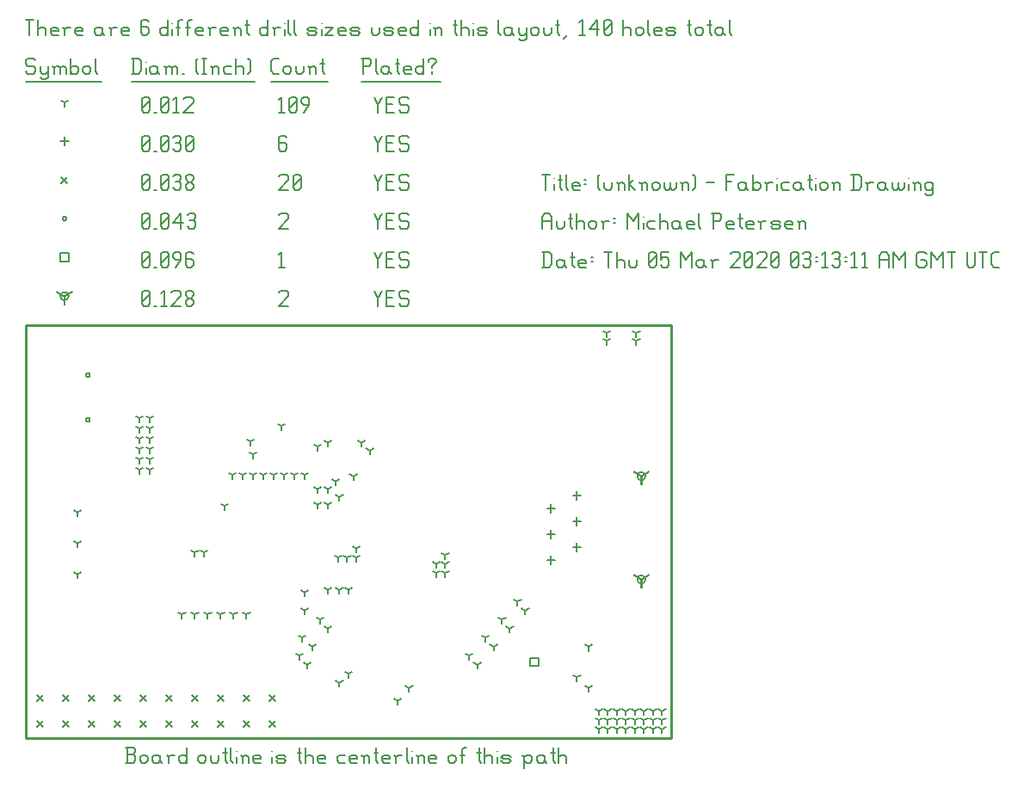
<source format=gbr>
G04 start of page 12 for group -3984 idx -3984 *
G04 Title: (unknown), fab *
G04 Creator: pcb 20140316 *
G04 CreationDate: Thu 05 Mar 2020 03:13:11 AM GMT UTC *
G04 For: railfan *
G04 Format: Gerber/RS-274X *
G04 PCB-Dimensions (mil): 2500.00 1600.00 *
G04 PCB-Coordinate-Origin: lower left *
%MOIN*%
%FSLAX25Y25*%
%LNFAB*%
%ADD97C,0.0100*%
%ADD96C,0.0075*%
%ADD95C,0.0060*%
%ADD94C,0.0001*%
%ADD93R,0.0080X0.0080*%
G54D93*X238500Y61500D02*Y58300D01*
G54D94*G36*
X237954Y61647D02*X241420Y63646D01*
X241820Y62953D01*
X238353Y60954D01*
X237954Y61647D01*
G37*
G36*
X238647Y60954D02*X235180Y62953D01*
X235580Y63646D01*
X239046Y61647D01*
X238647Y60954D01*
G37*
G54D93*X236900Y61500D02*G75*G03X240100Y61500I1600J0D01*G01*
G75*G03X236900Y61500I-1600J0D01*G01*
X238500Y101500D02*Y98300D01*
G54D94*G36*
X237954Y101647D02*X241420Y103646D01*
X241820Y102953D01*
X238353Y100954D01*
X237954Y101647D01*
G37*
G36*
X238647Y100954D02*X235180Y102953D01*
X235580Y103646D01*
X239046Y101647D01*
X238647Y100954D01*
G37*
G54D93*X236900Y101500D02*G75*G03X240100Y101500I1600J0D01*G01*
G75*G03X236900Y101500I-1600J0D01*G01*
X15000Y171250D02*Y168050D01*
G54D94*G36*
X14454Y171397D02*X17920Y173396D01*
X18320Y172703D01*
X14853Y170704D01*
X14454Y171397D01*
G37*
G36*
X15147Y170704D02*X11680Y172703D01*
X12080Y173396D01*
X15546Y171397D01*
X15147Y170704D01*
G37*
G54D93*X13400Y171250D02*G75*G03X16600Y171250I1600J0D01*G01*
G75*G03X13400Y171250I-1600J0D01*G01*
G54D95*X135000Y173500D02*X136500Y170500D01*
X138000Y173500D01*
X136500Y170500D02*Y167500D01*
X139800Y170800D02*X142050D01*
X139800Y167500D02*X142800D01*
X139800Y173500D02*Y167500D01*
Y173500D02*X142800D01*
X147600D02*X148350Y172750D01*
X145350Y173500D02*X147600D01*
X144600Y172750D02*X145350Y173500D01*
X144600Y172750D02*Y171250D01*
X145350Y170500D01*
X147600D01*
X148350Y169750D01*
Y168250D01*
X147600Y167500D02*X148350Y168250D01*
X145350Y167500D02*X147600D01*
X144600Y168250D02*X145350Y167500D01*
X98000Y172750D02*X98750Y173500D01*
X101000D01*
X101750Y172750D01*
Y171250D01*
X98000Y167500D02*X101750Y171250D01*
X98000Y167500D02*X101750D01*
X45000Y168250D02*X45750Y167500D01*
X45000Y172750D02*Y168250D01*
Y172750D02*X45750Y173500D01*
X47250D01*
X48000Y172750D01*
Y168250D01*
X47250Y167500D02*X48000Y168250D01*
X45750Y167500D02*X47250D01*
X45000Y169000D02*X48000Y172000D01*
X49800Y167500D02*X50550D01*
X52350Y172300D02*X53550Y173500D01*
Y167500D01*
X52350D02*X54600D01*
X56400Y172750D02*X57150Y173500D01*
X59400D01*
X60150Y172750D01*
Y171250D01*
X56400Y167500D02*X60150Y171250D01*
X56400Y167500D02*X60150D01*
X61950Y168250D02*X62700Y167500D01*
X61950Y169450D02*Y168250D01*
Y169450D02*X63000Y170500D01*
X63900D01*
X64950Y169450D01*
Y168250D01*
X64200Y167500D02*X64950Y168250D01*
X62700Y167500D02*X64200D01*
X61950Y171550D02*X63000Y170500D01*
X61950Y172750D02*Y171550D01*
Y172750D02*X62700Y173500D01*
X64200D01*
X64950Y172750D01*
Y171550D01*
X63900Y170500D02*X64950Y171550D01*
X195400Y31100D02*X198600D01*
X195400D02*Y27900D01*
X198600D01*
Y31100D02*Y27900D01*
X13400Y187850D02*X16600D01*
X13400D02*Y184650D01*
X16600D01*
Y187850D02*Y184650D01*
X135000Y188500D02*X136500Y185500D01*
X138000Y188500D01*
X136500Y185500D02*Y182500D01*
X139800Y185800D02*X142050D01*
X139800Y182500D02*X142800D01*
X139800Y188500D02*Y182500D01*
Y188500D02*X142800D01*
X147600D02*X148350Y187750D01*
X145350Y188500D02*X147600D01*
X144600Y187750D02*X145350Y188500D01*
X144600Y187750D02*Y186250D01*
X145350Y185500D01*
X147600D01*
X148350Y184750D01*
Y183250D01*
X147600Y182500D02*X148350Y183250D01*
X145350Y182500D02*X147600D01*
X144600Y183250D02*X145350Y182500D01*
X98000Y187300D02*X99200Y188500D01*
Y182500D01*
X98000D02*X100250D01*
X45000Y183250D02*X45750Y182500D01*
X45000Y187750D02*Y183250D01*
Y187750D02*X45750Y188500D01*
X47250D01*
X48000Y187750D01*
Y183250D01*
X47250Y182500D02*X48000Y183250D01*
X45750Y182500D02*X47250D01*
X45000Y184000D02*X48000Y187000D01*
X49800Y182500D02*X50550D01*
X52350Y183250D02*X53100Y182500D01*
X52350Y187750D02*Y183250D01*
Y187750D02*X53100Y188500D01*
X54600D01*
X55350Y187750D01*
Y183250D01*
X54600Y182500D02*X55350Y183250D01*
X53100Y182500D02*X54600D01*
X52350Y184000D02*X55350Y187000D01*
X57900Y182500D02*X60150Y185500D01*
Y187750D02*Y185500D01*
X59400Y188500D02*X60150Y187750D01*
X57900Y188500D02*X59400D01*
X57150Y187750D02*X57900Y188500D01*
X57150Y187750D02*Y186250D01*
X57900Y185500D01*
X60150D01*
X64200Y188500D02*X64950Y187750D01*
X62700Y188500D02*X64200D01*
X61950Y187750D02*X62700Y188500D01*
X61950Y187750D02*Y183250D01*
X62700Y182500D01*
X64200Y185800D02*X64950Y185050D01*
X61950Y185800D02*X64200D01*
X62700Y182500D02*X64200D01*
X64950Y183250D01*
Y185050D02*Y183250D01*
X23322Y140661D02*G75*G03X24922Y140661I800J0D01*G01*
G75*G03X23322Y140661I-800J0D01*G01*
Y123339D02*G75*G03X24922Y123339I800J0D01*G01*
G75*G03X23322Y123339I-800J0D01*G01*
X14200Y201250D02*G75*G03X15800Y201250I800J0D01*G01*
G75*G03X14200Y201250I-800J0D01*G01*
X135000Y203500D02*X136500Y200500D01*
X138000Y203500D01*
X136500Y200500D02*Y197500D01*
X139800Y200800D02*X142050D01*
X139800Y197500D02*X142800D01*
X139800Y203500D02*Y197500D01*
Y203500D02*X142800D01*
X147600D02*X148350Y202750D01*
X145350Y203500D02*X147600D01*
X144600Y202750D02*X145350Y203500D01*
X144600Y202750D02*Y201250D01*
X145350Y200500D01*
X147600D01*
X148350Y199750D01*
Y198250D01*
X147600Y197500D02*X148350Y198250D01*
X145350Y197500D02*X147600D01*
X144600Y198250D02*X145350Y197500D01*
X98000Y202750D02*X98750Y203500D01*
X101000D01*
X101750Y202750D01*
Y201250D01*
X98000Y197500D02*X101750Y201250D01*
X98000Y197500D02*X101750D01*
X45000Y198250D02*X45750Y197500D01*
X45000Y202750D02*Y198250D01*
Y202750D02*X45750Y203500D01*
X47250D01*
X48000Y202750D01*
Y198250D01*
X47250Y197500D02*X48000Y198250D01*
X45750Y197500D02*X47250D01*
X45000Y199000D02*X48000Y202000D01*
X49800Y197500D02*X50550D01*
X52350Y198250D02*X53100Y197500D01*
X52350Y202750D02*Y198250D01*
Y202750D02*X53100Y203500D01*
X54600D01*
X55350Y202750D01*
Y198250D01*
X54600Y197500D02*X55350Y198250D01*
X53100Y197500D02*X54600D01*
X52350Y199000D02*X55350Y202000D01*
X57150Y199750D02*X60150Y203500D01*
X57150Y199750D02*X60900D01*
X60150Y203500D02*Y197500D01*
X62700Y202750D02*X63450Y203500D01*
X64950D01*
X65700Y202750D01*
X64950Y197500D02*X65700Y198250D01*
X63450Y197500D02*X64950D01*
X62700Y198250D02*X63450Y197500D01*
Y200800D02*X64950D01*
X65700Y202750D02*Y201550D01*
Y200050D02*Y198250D01*
Y200050D02*X64950Y200800D01*
X65700Y201550D02*X64950Y200800D01*
X4300Y6700D02*X6700Y4300D01*
X4300D02*X6700Y6700D01*
X14300D02*X16700Y4300D01*
X14300D02*X16700Y6700D01*
X24300D02*X26700Y4300D01*
X24300D02*X26700Y6700D01*
X34300D02*X36700Y4300D01*
X34300D02*X36700Y6700D01*
X44300D02*X46700Y4300D01*
X44300D02*X46700Y6700D01*
X54300D02*X56700Y4300D01*
X54300D02*X56700Y6700D01*
X64300D02*X66700Y4300D01*
X64300D02*X66700Y6700D01*
X74300D02*X76700Y4300D01*
X74300D02*X76700Y6700D01*
X84300D02*X86700Y4300D01*
X84300D02*X86700Y6700D01*
X94300D02*X96700Y4300D01*
X94300D02*X96700Y6700D01*
X4300Y16700D02*X6700Y14300D01*
X4300D02*X6700Y16700D01*
X14300D02*X16700Y14300D01*
X14300D02*X16700Y16700D01*
X24300D02*X26700Y14300D01*
X24300D02*X26700Y16700D01*
X34300D02*X36700Y14300D01*
X34300D02*X36700Y16700D01*
X44300D02*X46700Y14300D01*
X44300D02*X46700Y16700D01*
X54300D02*X56700Y14300D01*
X54300D02*X56700Y16700D01*
X64300D02*X66700Y14300D01*
X64300D02*X66700Y16700D01*
X74300D02*X76700Y14300D01*
X74300D02*X76700Y16700D01*
X84300D02*X86700Y14300D01*
X84300D02*X86700Y16700D01*
X94300D02*X96700Y14300D01*
X94300D02*X96700Y16700D01*
X13800Y217450D02*X16200Y215050D01*
X13800D02*X16200Y217450D01*
X135000Y218500D02*X136500Y215500D01*
X138000Y218500D01*
X136500Y215500D02*Y212500D01*
X139800Y215800D02*X142050D01*
X139800Y212500D02*X142800D01*
X139800Y218500D02*Y212500D01*
Y218500D02*X142800D01*
X147600D02*X148350Y217750D01*
X145350Y218500D02*X147600D01*
X144600Y217750D02*X145350Y218500D01*
X144600Y217750D02*Y216250D01*
X145350Y215500D01*
X147600D01*
X148350Y214750D01*
Y213250D01*
X147600Y212500D02*X148350Y213250D01*
X145350Y212500D02*X147600D01*
X144600Y213250D02*X145350Y212500D01*
X98000Y217750D02*X98750Y218500D01*
X101000D01*
X101750Y217750D01*
Y216250D01*
X98000Y212500D02*X101750Y216250D01*
X98000Y212500D02*X101750D01*
X103550Y213250D02*X104300Y212500D01*
X103550Y217750D02*Y213250D01*
Y217750D02*X104300Y218500D01*
X105800D01*
X106550Y217750D01*
Y213250D01*
X105800Y212500D02*X106550Y213250D01*
X104300Y212500D02*X105800D01*
X103550Y214000D02*X106550Y217000D01*
X45000Y213250D02*X45750Y212500D01*
X45000Y217750D02*Y213250D01*
Y217750D02*X45750Y218500D01*
X47250D01*
X48000Y217750D01*
Y213250D01*
X47250Y212500D02*X48000Y213250D01*
X45750Y212500D02*X47250D01*
X45000Y214000D02*X48000Y217000D01*
X49800Y212500D02*X50550D01*
X52350Y213250D02*X53100Y212500D01*
X52350Y217750D02*Y213250D01*
Y217750D02*X53100Y218500D01*
X54600D01*
X55350Y217750D01*
Y213250D01*
X54600Y212500D02*X55350Y213250D01*
X53100Y212500D02*X54600D01*
X52350Y214000D02*X55350Y217000D01*
X57150Y217750D02*X57900Y218500D01*
X59400D01*
X60150Y217750D01*
X59400Y212500D02*X60150Y213250D01*
X57900Y212500D02*X59400D01*
X57150Y213250D02*X57900Y212500D01*
Y215800D02*X59400D01*
X60150Y217750D02*Y216550D01*
Y215050D02*Y213250D01*
Y215050D02*X59400Y215800D01*
X60150Y216550D02*X59400Y215800D01*
X61950Y213250D02*X62700Y212500D01*
X61950Y214450D02*Y213250D01*
Y214450D02*X63000Y215500D01*
X63900D01*
X64950Y214450D01*
Y213250D01*
X64200Y212500D02*X64950Y213250D01*
X62700Y212500D02*X64200D01*
X61950Y216550D02*X63000Y215500D01*
X61950Y217750D02*Y216550D01*
Y217750D02*X62700Y218500D01*
X64200D01*
X64950Y217750D01*
Y216550D01*
X63900Y215500D02*X64950Y216550D01*
X203500Y70600D02*Y67400D01*
X201900Y69000D02*X205100D01*
X213500Y75600D02*Y72400D01*
X211900Y74000D02*X215100D01*
X203500Y80600D02*Y77400D01*
X201900Y79000D02*X205100D01*
X213500Y85600D02*Y82400D01*
X211900Y84000D02*X215100D01*
X203500Y90600D02*Y87400D01*
X201900Y89000D02*X205100D01*
X213500Y95600D02*Y92400D01*
X211900Y94000D02*X215100D01*
X15000Y232850D02*Y229650D01*
X13400Y231250D02*X16600D01*
X135000Y233500D02*X136500Y230500D01*
X138000Y233500D01*
X136500Y230500D02*Y227500D01*
X139800Y230800D02*X142050D01*
X139800Y227500D02*X142800D01*
X139800Y233500D02*Y227500D01*
Y233500D02*X142800D01*
X147600D02*X148350Y232750D01*
X145350Y233500D02*X147600D01*
X144600Y232750D02*X145350Y233500D01*
X144600Y232750D02*Y231250D01*
X145350Y230500D01*
X147600D01*
X148350Y229750D01*
Y228250D01*
X147600Y227500D02*X148350Y228250D01*
X145350Y227500D02*X147600D01*
X144600Y228250D02*X145350Y227500D01*
X100250Y233500D02*X101000Y232750D01*
X98750Y233500D02*X100250D01*
X98000Y232750D02*X98750Y233500D01*
X98000Y232750D02*Y228250D01*
X98750Y227500D01*
X100250Y230800D02*X101000Y230050D01*
X98000Y230800D02*X100250D01*
X98750Y227500D02*X100250D01*
X101000Y228250D01*
Y230050D02*Y228250D01*
X45000D02*X45750Y227500D01*
X45000Y232750D02*Y228250D01*
Y232750D02*X45750Y233500D01*
X47250D01*
X48000Y232750D01*
Y228250D01*
X47250Y227500D02*X48000Y228250D01*
X45750Y227500D02*X47250D01*
X45000Y229000D02*X48000Y232000D01*
X49800Y227500D02*X50550D01*
X52350Y228250D02*X53100Y227500D01*
X52350Y232750D02*Y228250D01*
Y232750D02*X53100Y233500D01*
X54600D01*
X55350Y232750D01*
Y228250D01*
X54600Y227500D02*X55350Y228250D01*
X53100Y227500D02*X54600D01*
X52350Y229000D02*X55350Y232000D01*
X57150Y232750D02*X57900Y233500D01*
X59400D01*
X60150Y232750D01*
X59400Y227500D02*X60150Y228250D01*
X57900Y227500D02*X59400D01*
X57150Y228250D02*X57900Y227500D01*
Y230800D02*X59400D01*
X60150Y232750D02*Y231550D01*
Y230050D02*Y228250D01*
Y230050D02*X59400Y230800D01*
X60150Y231550D02*X59400Y230800D01*
X61950Y228250D02*X62700Y227500D01*
X61950Y232750D02*Y228250D01*
Y232750D02*X62700Y233500D01*
X64200D01*
X64950Y232750D01*
Y228250D01*
X64200Y227500D02*X64950Y228250D01*
X62700Y227500D02*X64200D01*
X61950Y229000D02*X64950Y232000D01*
X44000Y124000D02*Y122400D01*
Y124000D02*X45387Y124800D01*
X44000Y124000D02*X42613Y124800D01*
X44000Y120000D02*Y118400D01*
Y120000D02*X45387Y120800D01*
X44000Y120000D02*X42613Y120800D01*
X44000Y116000D02*Y114400D01*
Y116000D02*X45387Y116800D01*
X44000Y116000D02*X42613Y116800D01*
X44000Y112000D02*Y110400D01*
Y112000D02*X45387Y112800D01*
X44000Y112000D02*X42613Y112800D01*
X44000Y108000D02*Y106400D01*
Y108000D02*X45387Y108800D01*
X44000Y108000D02*X42613Y108800D01*
X44000Y104000D02*Y102400D01*
Y104000D02*X45387Y104800D01*
X44000Y104000D02*X42613Y104800D01*
X48000Y124000D02*Y122400D01*
Y124000D02*X49387Y124800D01*
X48000Y124000D02*X46613Y124800D01*
X48000Y120000D02*Y118400D01*
Y120000D02*X49387Y120800D01*
X48000Y120000D02*X46613Y120800D01*
X48000Y116000D02*Y114400D01*
Y116000D02*X49387Y116800D01*
X48000Y116000D02*X46613Y116800D01*
X48000Y112000D02*Y110400D01*
Y112000D02*X49387Y112800D01*
X48000Y112000D02*X46613Y112800D01*
X48000Y108000D02*Y106400D01*
Y108000D02*X49387Y108800D01*
X48000Y108000D02*X46613Y108800D01*
X48000Y104000D02*Y102400D01*
Y104000D02*X49387Y104800D01*
X48000Y104000D02*X46613Y104800D01*
X20000Y87500D02*Y85900D01*
Y87500D02*X21387Y88300D01*
X20000Y87500D02*X18613Y88300D01*
X20000Y63500D02*Y61900D01*
Y63500D02*X21387Y64300D01*
X20000Y63500D02*X18613Y64300D01*
X92000Y102000D02*Y100400D01*
Y102000D02*X93387Y102800D01*
X92000Y102000D02*X90613Y102800D01*
X96000Y102000D02*Y100400D01*
Y102000D02*X97387Y102800D01*
X96000Y102000D02*X94613Y102800D01*
X100000Y102000D02*Y100400D01*
Y102000D02*X101387Y102800D01*
X100000Y102000D02*X98613Y102800D01*
X104000Y102000D02*Y100400D01*
Y102000D02*X105387Y102800D01*
X104000Y102000D02*X102613Y102800D01*
X108000Y102000D02*Y100400D01*
Y102000D02*X109387Y102800D01*
X108000Y102000D02*X106613Y102800D01*
X88000Y102000D02*Y100400D01*
Y102000D02*X89387Y102800D01*
X88000Y102000D02*X86613Y102800D01*
X84000Y102000D02*Y100400D01*
Y102000D02*X85387Y102800D01*
X84000Y102000D02*X82613Y102800D01*
X80000Y102000D02*Y100400D01*
Y102000D02*X81387Y102800D01*
X80000Y102000D02*X78613Y102800D01*
X65500Y72000D02*Y70400D01*
Y72000D02*X66887Y72800D01*
X65500Y72000D02*X64113Y72800D01*
X69000Y72000D02*Y70400D01*
Y72000D02*X70387Y72800D01*
X69000Y72000D02*X67613Y72800D01*
X77000Y90000D02*Y88400D01*
Y90000D02*X78387Y90800D01*
X77000Y90000D02*X75613Y90800D01*
X85500Y48000D02*Y46400D01*
Y48000D02*X86887Y48800D01*
X85500Y48000D02*X84113Y48800D01*
X80500Y48000D02*Y46400D01*
Y48000D02*X81887Y48800D01*
X80500Y48000D02*X79113Y48800D01*
X70500Y48000D02*Y46400D01*
Y48000D02*X71887Y48800D01*
X70500Y48000D02*X69113Y48800D01*
X75500Y48000D02*Y46400D01*
Y48000D02*X76887Y48800D01*
X75500Y48000D02*X74113Y48800D01*
X60500Y48000D02*Y46400D01*
Y48000D02*X61887Y48800D01*
X60500Y48000D02*X59113Y48800D01*
X65500Y48000D02*Y46400D01*
Y48000D02*X66887Y48800D01*
X65500Y48000D02*X64113Y48800D01*
X106000Y32000D02*Y30400D01*
Y32000D02*X107387Y32800D01*
X106000Y32000D02*X104613Y32800D01*
X109000Y28500D02*Y26900D01*
Y28500D02*X110387Y29300D01*
X109000Y28500D02*X107613Y29300D01*
X107000Y39000D02*Y37400D01*
Y39000D02*X108387Y39800D01*
X107000Y39000D02*X105613Y39800D01*
X111000Y35500D02*Y33900D01*
Y35500D02*X112387Y36300D01*
X111000Y35500D02*X109613Y36300D01*
X114000Y46000D02*Y44400D01*
Y46000D02*X115387Y46800D01*
X114000Y46000D02*X112613Y46800D01*
X108000Y56500D02*Y54900D01*
Y56500D02*X109387Y57300D01*
X108000Y56500D02*X106613Y57300D01*
X108000Y49500D02*Y47900D01*
Y49500D02*X109387Y50300D01*
X108000Y49500D02*X106613Y50300D01*
X117000Y42500D02*Y40900D01*
Y42500D02*X118387Y43300D01*
X117000Y42500D02*X115613Y43300D01*
X117000Y57500D02*Y55900D01*
Y57500D02*X118387Y58300D01*
X117000Y57500D02*X115613Y58300D01*
X113000Y90500D02*Y88900D01*
Y90500D02*X114387Y91300D01*
X113000Y90500D02*X111613Y91300D01*
X117000Y90500D02*Y88900D01*
Y90500D02*X118387Y91300D01*
X117000Y90500D02*X115613Y91300D01*
X121500Y57500D02*Y55900D01*
Y57500D02*X122887Y58300D01*
X121500Y57500D02*X120113Y58300D01*
X125000Y57500D02*Y55900D01*
Y57500D02*X126387Y58300D01*
X125000Y57500D02*X123613Y58300D01*
X121500Y21500D02*Y19900D01*
Y21500D02*X122887Y22300D01*
X121500Y21500D02*X120113Y22300D01*
X125000Y25000D02*Y23400D01*
Y25000D02*X126387Y25800D01*
X125000Y25000D02*X123613Y25800D01*
X87000Y115000D02*Y113400D01*
Y115000D02*X88387Y115800D01*
X87000Y115000D02*X85613Y115800D01*
X121000Y70000D02*Y68400D01*
Y70000D02*X122387Y70800D01*
X121000Y70000D02*X119613Y70800D01*
X124500Y70000D02*Y68400D01*
Y70000D02*X125887Y70800D01*
X124500Y70000D02*X123113Y70800D01*
X128000Y70000D02*Y68400D01*
Y70000D02*X129387Y70800D01*
X128000Y70000D02*X126613Y70800D01*
X128000Y73500D02*Y71900D01*
Y73500D02*X129387Y74300D01*
X128000Y73500D02*X126613Y74300D01*
X99000Y121000D02*Y119400D01*
Y121000D02*X100387Y121800D01*
X99000Y121000D02*X97613Y121800D01*
X113000Y96500D02*Y94900D01*
Y96500D02*X114387Y97300D01*
X113000Y96500D02*X111613Y97300D01*
X117000Y96500D02*Y94900D01*
Y96500D02*X118387Y97300D01*
X117000Y96500D02*X115613Y97300D01*
X117000Y114500D02*Y112900D01*
Y114500D02*X118387Y115300D01*
X117000Y114500D02*X115613Y115300D01*
X113000Y113000D02*Y111400D01*
Y113000D02*X114387Y113800D01*
X113000Y113000D02*X111613Y113800D01*
X130075Y114500D02*Y112900D01*
Y114500D02*X131462Y115300D01*
X130075Y114500D02*X128689Y115300D01*
X133224Y111500D02*Y109900D01*
Y111500D02*X134611Y112300D01*
X133224Y111500D02*X131837Y112300D01*
X213500Y23594D02*Y21994D01*
Y23594D02*X214887Y24394D01*
X213500Y23594D02*X212113Y24394D01*
X218000Y35406D02*Y33806D01*
Y35406D02*X219387Y36206D01*
X218000Y35406D02*X216613Y36206D01*
X218000Y19500D02*Y17900D01*
Y19500D02*X219387Y20300D01*
X218000Y19500D02*X216613Y20300D01*
X162500Y71000D02*Y69400D01*
Y71000D02*X163887Y71800D01*
X162500Y71000D02*X161113Y71800D01*
X162500Y67500D02*Y65900D01*
Y67500D02*X163887Y68300D01*
X162500Y67500D02*X161113Y68300D01*
X162500Y64000D02*Y62400D01*
Y64000D02*X163887Y64800D01*
X162500Y64000D02*X161113Y64800D01*
X159000Y64000D02*Y62400D01*
Y64000D02*X160387Y64800D01*
X159000Y64000D02*X157613Y64800D01*
X159000Y67500D02*Y65900D01*
Y67500D02*X160387Y68300D01*
X159000Y67500D02*X157613Y68300D01*
X144000Y14500D02*Y12900D01*
Y14500D02*X145387Y15300D01*
X144000Y14500D02*X142613Y15300D01*
X148500Y19500D02*Y17900D01*
Y19500D02*X149887Y20300D01*
X148500Y19500D02*X147113Y20300D01*
X120000Y99500D02*Y97900D01*
Y99500D02*X121387Y100300D01*
X120000Y99500D02*X118613Y100300D01*
X121500Y93500D02*Y91900D01*
Y93500D02*X122887Y94300D01*
X121500Y93500D02*X120113Y94300D01*
X126925Y101500D02*Y99900D01*
Y101500D02*X128312Y102300D01*
X126925Y101500D02*X125539Y102300D01*
X171776Y32000D02*Y30400D01*
Y32000D02*X173163Y32800D01*
X171776Y32000D02*X170389Y32800D01*
X174925Y28500D02*Y26900D01*
Y28500D02*X176312Y29300D01*
X174925Y28500D02*X173539Y29300D01*
X178075Y39000D02*Y37400D01*
Y39000D02*X179462Y39800D01*
X178075Y39000D02*X176689Y39800D01*
X181224Y35500D02*Y33900D01*
Y35500D02*X182611Y36300D01*
X181224Y35500D02*X179837Y36300D01*
X193500Y49500D02*Y47900D01*
Y49500D02*X194887Y50300D01*
X193500Y49500D02*X192113Y50300D01*
X190500Y53000D02*Y51400D01*
Y53000D02*X191887Y53800D01*
X190500Y53000D02*X189113Y53800D01*
X187500Y42500D02*Y40900D01*
Y42500D02*X188887Y43300D01*
X187500Y42500D02*X186113Y43300D01*
X184500Y46000D02*Y44400D01*
Y46000D02*X185887Y46800D01*
X184500Y46000D02*X183113Y46800D01*
X222000Y10500D02*Y8900D01*
Y10500D02*X223387Y11300D01*
X222000Y10500D02*X220613Y11300D01*
X222000Y7000D02*Y5400D01*
Y7000D02*X223387Y7800D01*
X222000Y7000D02*X220613Y7800D01*
X222000Y3500D02*Y1900D01*
Y3500D02*X223387Y4300D01*
X222000Y3500D02*X220613Y4300D01*
X225500Y10500D02*Y8900D01*
Y10500D02*X226887Y11300D01*
X225500Y10500D02*X224113Y11300D01*
X225500Y7000D02*Y5400D01*
Y7000D02*X226887Y7800D01*
X225500Y7000D02*X224113Y7800D01*
X225500Y3500D02*Y1900D01*
Y3500D02*X226887Y4300D01*
X225500Y3500D02*X224113Y4300D01*
X229000Y10500D02*Y8900D01*
Y10500D02*X230387Y11300D01*
X229000Y10500D02*X227613Y11300D01*
X229000Y7000D02*Y5400D01*
Y7000D02*X230387Y7800D01*
X229000Y7000D02*X227613Y7800D01*
X229000Y3500D02*Y1900D01*
Y3500D02*X230387Y4300D01*
X229000Y3500D02*X227613Y4300D01*
X232500Y10500D02*Y8900D01*
Y10500D02*X233887Y11300D01*
X232500Y10500D02*X231113Y11300D01*
X232500Y7000D02*Y5400D01*
Y7000D02*X233887Y7800D01*
X232500Y7000D02*X231113Y7800D01*
X232500Y3500D02*Y1900D01*
Y3500D02*X233887Y4300D01*
X232500Y3500D02*X231113Y4300D01*
X236000Y10500D02*Y8900D01*
Y10500D02*X237387Y11300D01*
X236000Y10500D02*X234613Y11300D01*
X236000Y7000D02*Y5400D01*
Y7000D02*X237387Y7800D01*
X236000Y7000D02*X234613Y7800D01*
X236000Y3500D02*Y1900D01*
Y3500D02*X237387Y4300D01*
X236000Y3500D02*X234613Y4300D01*
X239500Y10500D02*Y8900D01*
Y10500D02*X240887Y11300D01*
X239500Y10500D02*X238113Y11300D01*
X239500Y7000D02*Y5400D01*
Y7000D02*X240887Y7800D01*
X239500Y7000D02*X238113Y7800D01*
X239500Y3500D02*Y1900D01*
Y3500D02*X240887Y4300D01*
X239500Y3500D02*X238113Y4300D01*
X243000Y10500D02*Y8900D01*
Y10500D02*X244387Y11300D01*
X243000Y10500D02*X241613Y11300D01*
X243000Y7000D02*Y5400D01*
Y7000D02*X244387Y7800D01*
X243000Y7000D02*X241613Y7800D01*
X243000Y3500D02*Y1900D01*
Y3500D02*X244387Y4300D01*
X243000Y3500D02*X241613Y4300D01*
X246500Y10500D02*Y8900D01*
Y10500D02*X247887Y11300D01*
X246500Y10500D02*X245113Y11300D01*
X246500Y7000D02*Y5400D01*
Y7000D02*X247887Y7800D01*
X246500Y7000D02*X245113Y7800D01*
X246500Y3500D02*Y1900D01*
Y3500D02*X247887Y4300D01*
X246500Y3500D02*X245113Y4300D01*
X225000Y157000D02*Y155400D01*
Y157000D02*X226387Y157800D01*
X225000Y157000D02*X223613Y157800D01*
X225000Y154000D02*Y152400D01*
Y154000D02*X226387Y154800D01*
X225000Y154000D02*X223613Y154800D01*
X236500Y157000D02*Y155400D01*
Y157000D02*X237887Y157800D01*
X236500Y157000D02*X235113Y157800D01*
X236500Y154000D02*Y152400D01*
Y154000D02*X237887Y154800D01*
X236500Y154000D02*X235113Y154800D01*
X20000Y75500D02*Y73900D01*
Y75500D02*X21387Y76300D01*
X20000Y75500D02*X18613Y76300D01*
X88000Y110000D02*Y108400D01*
Y110000D02*X89387Y110800D01*
X88000Y110000D02*X86613Y110800D01*
X15000Y246250D02*Y244650D01*
Y246250D02*X16387Y247050D01*
X15000Y246250D02*X13613Y247050D01*
X135000Y248500D02*X136500Y245500D01*
X138000Y248500D01*
X136500Y245500D02*Y242500D01*
X139800Y245800D02*X142050D01*
X139800Y242500D02*X142800D01*
X139800Y248500D02*Y242500D01*
Y248500D02*X142800D01*
X147600D02*X148350Y247750D01*
X145350Y248500D02*X147600D01*
X144600Y247750D02*X145350Y248500D01*
X144600Y247750D02*Y246250D01*
X145350Y245500D01*
X147600D01*
X148350Y244750D01*
Y243250D01*
X147600Y242500D02*X148350Y243250D01*
X145350Y242500D02*X147600D01*
X144600Y243250D02*X145350Y242500D01*
X98000Y247300D02*X99200Y248500D01*
Y242500D01*
X98000D02*X100250D01*
X102050Y243250D02*X102800Y242500D01*
X102050Y247750D02*Y243250D01*
Y247750D02*X102800Y248500D01*
X104300D01*
X105050Y247750D01*
Y243250D01*
X104300Y242500D02*X105050Y243250D01*
X102800Y242500D02*X104300D01*
X102050Y244000D02*X105050Y247000D01*
X107600Y242500D02*X109850Y245500D01*
Y247750D02*Y245500D01*
X109100Y248500D02*X109850Y247750D01*
X107600Y248500D02*X109100D01*
X106850Y247750D02*X107600Y248500D01*
X106850Y247750D02*Y246250D01*
X107600Y245500D01*
X109850D01*
X45000Y243250D02*X45750Y242500D01*
X45000Y247750D02*Y243250D01*
Y247750D02*X45750Y248500D01*
X47250D01*
X48000Y247750D01*
Y243250D01*
X47250Y242500D02*X48000Y243250D01*
X45750Y242500D02*X47250D01*
X45000Y244000D02*X48000Y247000D01*
X49800Y242500D02*X50550D01*
X52350Y243250D02*X53100Y242500D01*
X52350Y247750D02*Y243250D01*
Y247750D02*X53100Y248500D01*
X54600D01*
X55350Y247750D01*
Y243250D01*
X54600Y242500D02*X55350Y243250D01*
X53100Y242500D02*X54600D01*
X52350Y244000D02*X55350Y247000D01*
X57150Y247300D02*X58350Y248500D01*
Y242500D01*
X57150D02*X59400D01*
X61200Y247750D02*X61950Y248500D01*
X64200D01*
X64950Y247750D01*
Y246250D01*
X61200Y242500D02*X64950Y246250D01*
X61200Y242500D02*X64950D01*
X3000Y263500D02*X3750Y262750D01*
X750Y263500D02*X3000D01*
X0Y262750D02*X750Y263500D01*
X0Y262750D02*Y261250D01*
X750Y260500D01*
X3000D01*
X3750Y259750D01*
Y258250D01*
X3000Y257500D02*X3750Y258250D01*
X750Y257500D02*X3000D01*
X0Y258250D02*X750Y257500D01*
X5550Y260500D02*Y258250D01*
X6300Y257500D01*
X8550Y260500D02*Y256000D01*
X7800Y255250D02*X8550Y256000D01*
X6300Y255250D02*X7800D01*
X5550Y256000D02*X6300Y255250D01*
Y257500D02*X7800D01*
X8550Y258250D01*
X11100Y259750D02*Y257500D01*
Y259750D02*X11850Y260500D01*
X12600D01*
X13350Y259750D01*
Y257500D01*
Y259750D02*X14100Y260500D01*
X14850D01*
X15600Y259750D01*
Y257500D01*
X10350Y260500D02*X11100Y259750D01*
X17400Y263500D02*Y257500D01*
Y258250D02*X18150Y257500D01*
X19650D01*
X20400Y258250D01*
Y259750D02*Y258250D01*
X19650Y260500D02*X20400Y259750D01*
X18150Y260500D02*X19650D01*
X17400Y259750D02*X18150Y260500D01*
X22200Y259750D02*Y258250D01*
Y259750D02*X22950Y260500D01*
X24450D01*
X25200Y259750D01*
Y258250D01*
X24450Y257500D02*X25200Y258250D01*
X22950Y257500D02*X24450D01*
X22200Y258250D02*X22950Y257500D01*
X27000Y263500D02*Y258250D01*
X27750Y257500D01*
X0Y254250D02*X29250D01*
X41750Y263500D02*Y257500D01*
X43700Y263500D02*X44750Y262450D01*
Y258550D01*
X43700Y257500D02*X44750Y258550D01*
X41000Y257500D02*X43700D01*
X41000Y263500D02*X43700D01*
G54D96*X46550Y262000D02*Y261850D01*
G54D95*Y259750D02*Y257500D01*
X50300Y260500D02*X51050Y259750D01*
X48800Y260500D02*X50300D01*
X48050Y259750D02*X48800Y260500D01*
X48050Y259750D02*Y258250D01*
X48800Y257500D01*
X51050Y260500D02*Y258250D01*
X51800Y257500D01*
X48800D02*X50300D01*
X51050Y258250D01*
X54350Y259750D02*Y257500D01*
Y259750D02*X55100Y260500D01*
X55850D01*
X56600Y259750D01*
Y257500D01*
Y259750D02*X57350Y260500D01*
X58100D01*
X58850Y259750D01*
Y257500D01*
X53600Y260500D02*X54350Y259750D01*
X60650Y257500D02*X61400D01*
X65900Y258250D02*X66650Y257500D01*
X65900Y262750D02*X66650Y263500D01*
X65900Y262750D02*Y258250D01*
X68450Y263500D02*X69950D01*
X69200D02*Y257500D01*
X68450D02*X69950D01*
X72500Y259750D02*Y257500D01*
Y259750D02*X73250Y260500D01*
X74000D01*
X74750Y259750D01*
Y257500D01*
X71750Y260500D02*X72500Y259750D01*
X77300Y260500D02*X79550D01*
X76550Y259750D02*X77300Y260500D01*
X76550Y259750D02*Y258250D01*
X77300Y257500D01*
X79550D01*
X81350Y263500D02*Y257500D01*
Y259750D02*X82100Y260500D01*
X83600D01*
X84350Y259750D01*
Y257500D01*
X86150Y263500D02*X86900Y262750D01*
Y258250D01*
X86150Y257500D02*X86900Y258250D01*
X41000Y254250D02*X88700D01*
X96050Y257500D02*X98000D01*
X95000Y258550D02*X96050Y257500D01*
X95000Y262450D02*Y258550D01*
Y262450D02*X96050Y263500D01*
X98000D01*
X99800Y259750D02*Y258250D01*
Y259750D02*X100550Y260500D01*
X102050D01*
X102800Y259750D01*
Y258250D01*
X102050Y257500D02*X102800Y258250D01*
X100550Y257500D02*X102050D01*
X99800Y258250D02*X100550Y257500D01*
X104600Y260500D02*Y258250D01*
X105350Y257500D01*
X106850D01*
X107600Y258250D01*
Y260500D02*Y258250D01*
X110150Y259750D02*Y257500D01*
Y259750D02*X110900Y260500D01*
X111650D01*
X112400Y259750D01*
Y257500D01*
X109400Y260500D02*X110150Y259750D01*
X114950Y263500D02*Y258250D01*
X115700Y257500D01*
X114200Y261250D02*X115700D01*
X95000Y254250D02*X117200D01*
X130750Y263500D02*Y257500D01*
X130000Y263500D02*X133000D01*
X133750Y262750D01*
Y261250D01*
X133000Y260500D02*X133750Y261250D01*
X130750Y260500D02*X133000D01*
X135550Y263500D02*Y258250D01*
X136300Y257500D01*
X140050Y260500D02*X140800Y259750D01*
X138550Y260500D02*X140050D01*
X137800Y259750D02*X138550Y260500D01*
X137800Y259750D02*Y258250D01*
X138550Y257500D01*
X140800Y260500D02*Y258250D01*
X141550Y257500D01*
X138550D02*X140050D01*
X140800Y258250D01*
X144100Y263500D02*Y258250D01*
X144850Y257500D01*
X143350Y261250D02*X144850D01*
X147100Y257500D02*X149350D01*
X146350Y258250D02*X147100Y257500D01*
X146350Y259750D02*Y258250D01*
Y259750D02*X147100Y260500D01*
X148600D01*
X149350Y259750D01*
X146350Y259000D02*X149350D01*
Y259750D02*Y259000D01*
X154150Y263500D02*Y257500D01*
X153400D02*X154150Y258250D01*
X151900Y257500D02*X153400D01*
X151150Y258250D02*X151900Y257500D01*
X151150Y259750D02*Y258250D01*
Y259750D02*X151900Y260500D01*
X153400D01*
X154150Y259750D01*
X157450Y260500D02*Y259750D01*
Y258250D02*Y257500D01*
X155950Y262750D02*Y262000D01*
Y262750D02*X156700Y263500D01*
X158200D01*
X158950Y262750D01*
Y262000D01*
X157450Y260500D02*X158950Y262000D01*
X130000Y254250D02*X160750D01*
X0Y278500D02*X3000D01*
X1500D02*Y272500D01*
X4800Y278500D02*Y272500D01*
Y274750D02*X5550Y275500D01*
X7050D01*
X7800Y274750D01*
Y272500D01*
X10350D02*X12600D01*
X9600Y273250D02*X10350Y272500D01*
X9600Y274750D02*Y273250D01*
Y274750D02*X10350Y275500D01*
X11850D01*
X12600Y274750D01*
X9600Y274000D02*X12600D01*
Y274750D02*Y274000D01*
X15150Y274750D02*Y272500D01*
Y274750D02*X15900Y275500D01*
X17400D01*
X14400D02*X15150Y274750D01*
X19950Y272500D02*X22200D01*
X19200Y273250D02*X19950Y272500D01*
X19200Y274750D02*Y273250D01*
Y274750D02*X19950Y275500D01*
X21450D01*
X22200Y274750D01*
X19200Y274000D02*X22200D01*
Y274750D02*Y274000D01*
X28950Y275500D02*X29700Y274750D01*
X27450Y275500D02*X28950D01*
X26700Y274750D02*X27450Y275500D01*
X26700Y274750D02*Y273250D01*
X27450Y272500D01*
X29700Y275500D02*Y273250D01*
X30450Y272500D01*
X27450D02*X28950D01*
X29700Y273250D01*
X33000Y274750D02*Y272500D01*
Y274750D02*X33750Y275500D01*
X35250D01*
X32250D02*X33000Y274750D01*
X37800Y272500D02*X40050D01*
X37050Y273250D02*X37800Y272500D01*
X37050Y274750D02*Y273250D01*
Y274750D02*X37800Y275500D01*
X39300D01*
X40050Y274750D01*
X37050Y274000D02*X40050D01*
Y274750D02*Y274000D01*
X46800Y278500D02*X47550Y277750D01*
X45300Y278500D02*X46800D01*
X44550Y277750D02*X45300Y278500D01*
X44550Y277750D02*Y273250D01*
X45300Y272500D01*
X46800Y275800D02*X47550Y275050D01*
X44550Y275800D02*X46800D01*
X45300Y272500D02*X46800D01*
X47550Y273250D01*
Y275050D02*Y273250D01*
X55050Y278500D02*Y272500D01*
X54300D02*X55050Y273250D01*
X52800Y272500D02*X54300D01*
X52050Y273250D02*X52800Y272500D01*
X52050Y274750D02*Y273250D01*
Y274750D02*X52800Y275500D01*
X54300D01*
X55050Y274750D01*
G54D96*X56850Y277000D02*Y276850D01*
G54D95*Y274750D02*Y272500D01*
X59100Y277750D02*Y272500D01*
Y277750D02*X59850Y278500D01*
X60600D01*
X58350Y275500D02*X59850D01*
X62850Y277750D02*Y272500D01*
Y277750D02*X63600Y278500D01*
X64350D01*
X62100Y275500D02*X63600D01*
X66600Y272500D02*X68850D01*
X65850Y273250D02*X66600Y272500D01*
X65850Y274750D02*Y273250D01*
Y274750D02*X66600Y275500D01*
X68100D01*
X68850Y274750D01*
X65850Y274000D02*X68850D01*
Y274750D02*Y274000D01*
X71400Y274750D02*Y272500D01*
Y274750D02*X72150Y275500D01*
X73650D01*
X70650D02*X71400Y274750D01*
X76200Y272500D02*X78450D01*
X75450Y273250D02*X76200Y272500D01*
X75450Y274750D02*Y273250D01*
Y274750D02*X76200Y275500D01*
X77700D01*
X78450Y274750D01*
X75450Y274000D02*X78450D01*
Y274750D02*Y274000D01*
X81000Y274750D02*Y272500D01*
Y274750D02*X81750Y275500D01*
X82500D01*
X83250Y274750D01*
Y272500D01*
X80250Y275500D02*X81000Y274750D01*
X85800Y278500D02*Y273250D01*
X86550Y272500D01*
X85050Y276250D02*X86550D01*
X93750Y278500D02*Y272500D01*
X93000D02*X93750Y273250D01*
X91500Y272500D02*X93000D01*
X90750Y273250D02*X91500Y272500D01*
X90750Y274750D02*Y273250D01*
Y274750D02*X91500Y275500D01*
X93000D01*
X93750Y274750D01*
X96300D02*Y272500D01*
Y274750D02*X97050Y275500D01*
X98550D01*
X95550D02*X96300Y274750D01*
G54D96*X100350Y277000D02*Y276850D01*
G54D95*Y274750D02*Y272500D01*
X101850Y278500D02*Y273250D01*
X102600Y272500D01*
X104100Y278500D02*Y273250D01*
X104850Y272500D01*
X109800D02*X112050D01*
X112800Y273250D01*
X112050Y274000D02*X112800Y273250D01*
X109800Y274000D02*X112050D01*
X109050Y274750D02*X109800Y274000D01*
X109050Y274750D02*X109800Y275500D01*
X112050D01*
X112800Y274750D01*
X109050Y273250D02*X109800Y272500D01*
G54D96*X114600Y277000D02*Y276850D01*
G54D95*Y274750D02*Y272500D01*
X116100Y275500D02*X119100D01*
X116100Y272500D02*X119100Y275500D01*
X116100Y272500D02*X119100D01*
X121650D02*X123900D01*
X120900Y273250D02*X121650Y272500D01*
X120900Y274750D02*Y273250D01*
Y274750D02*X121650Y275500D01*
X123150D01*
X123900Y274750D01*
X120900Y274000D02*X123900D01*
Y274750D02*Y274000D01*
X126450Y272500D02*X128700D01*
X129450Y273250D01*
X128700Y274000D02*X129450Y273250D01*
X126450Y274000D02*X128700D01*
X125700Y274750D02*X126450Y274000D01*
X125700Y274750D02*X126450Y275500D01*
X128700D01*
X129450Y274750D01*
X125700Y273250D02*X126450Y272500D01*
X133950Y275500D02*Y273250D01*
X134700Y272500D01*
X136200D01*
X136950Y273250D01*
Y275500D02*Y273250D01*
X139500Y272500D02*X141750D01*
X142500Y273250D01*
X141750Y274000D02*X142500Y273250D01*
X139500Y274000D02*X141750D01*
X138750Y274750D02*X139500Y274000D01*
X138750Y274750D02*X139500Y275500D01*
X141750D01*
X142500Y274750D01*
X138750Y273250D02*X139500Y272500D01*
X145050D02*X147300D01*
X144300Y273250D02*X145050Y272500D01*
X144300Y274750D02*Y273250D01*
Y274750D02*X145050Y275500D01*
X146550D01*
X147300Y274750D01*
X144300Y274000D02*X147300D01*
Y274750D02*Y274000D01*
X152100Y278500D02*Y272500D01*
X151350D02*X152100Y273250D01*
X149850Y272500D02*X151350D01*
X149100Y273250D02*X149850Y272500D01*
X149100Y274750D02*Y273250D01*
Y274750D02*X149850Y275500D01*
X151350D01*
X152100Y274750D01*
G54D96*X156600Y277000D02*Y276850D01*
G54D95*Y274750D02*Y272500D01*
X158850Y274750D02*Y272500D01*
Y274750D02*X159600Y275500D01*
X160350D01*
X161100Y274750D01*
Y272500D01*
X158100Y275500D02*X158850Y274750D01*
X166350Y278500D02*Y273250D01*
X167100Y272500D01*
X165600Y276250D02*X167100D01*
X168600Y278500D02*Y272500D01*
Y274750D02*X169350Y275500D01*
X170850D01*
X171600Y274750D01*
Y272500D01*
G54D96*X173400Y277000D02*Y276850D01*
G54D95*Y274750D02*Y272500D01*
X175650D02*X177900D01*
X178650Y273250D01*
X177900Y274000D02*X178650Y273250D01*
X175650Y274000D02*X177900D01*
X174900Y274750D02*X175650Y274000D01*
X174900Y274750D02*X175650Y275500D01*
X177900D01*
X178650Y274750D01*
X174900Y273250D02*X175650Y272500D01*
X183150Y278500D02*Y273250D01*
X183900Y272500D01*
X187650Y275500D02*X188400Y274750D01*
X186150Y275500D02*X187650D01*
X185400Y274750D02*X186150Y275500D01*
X185400Y274750D02*Y273250D01*
X186150Y272500D01*
X188400Y275500D02*Y273250D01*
X189150Y272500D01*
X186150D02*X187650D01*
X188400Y273250D01*
X190950Y275500D02*Y273250D01*
X191700Y272500D01*
X193950Y275500D02*Y271000D01*
X193200Y270250D02*X193950Y271000D01*
X191700Y270250D02*X193200D01*
X190950Y271000D02*X191700Y270250D01*
Y272500D02*X193200D01*
X193950Y273250D01*
X195750Y274750D02*Y273250D01*
Y274750D02*X196500Y275500D01*
X198000D01*
X198750Y274750D01*
Y273250D01*
X198000Y272500D02*X198750Y273250D01*
X196500Y272500D02*X198000D01*
X195750Y273250D02*X196500Y272500D01*
X200550Y275500D02*Y273250D01*
X201300Y272500D01*
X202800D01*
X203550Y273250D01*
Y275500D02*Y273250D01*
X206100Y278500D02*Y273250D01*
X206850Y272500D01*
X205350Y276250D02*X206850D01*
X208350Y271000D02*X209850Y272500D01*
X214350Y277300D02*X215550Y278500D01*
Y272500D01*
X214350D02*X216600D01*
X218400Y274750D02*X221400Y278500D01*
X218400Y274750D02*X222150D01*
X221400Y278500D02*Y272500D01*
X223950Y273250D02*X224700Y272500D01*
X223950Y277750D02*Y273250D01*
Y277750D02*X224700Y278500D01*
X226200D01*
X226950Y277750D01*
Y273250D01*
X226200Y272500D02*X226950Y273250D01*
X224700Y272500D02*X226200D01*
X223950Y274000D02*X226950Y277000D01*
X231450Y278500D02*Y272500D01*
Y274750D02*X232200Y275500D01*
X233700D01*
X234450Y274750D01*
Y272500D01*
X236250Y274750D02*Y273250D01*
Y274750D02*X237000Y275500D01*
X238500D01*
X239250Y274750D01*
Y273250D01*
X238500Y272500D02*X239250Y273250D01*
X237000Y272500D02*X238500D01*
X236250Y273250D02*X237000Y272500D01*
X241050Y278500D02*Y273250D01*
X241800Y272500D01*
X244050D02*X246300D01*
X243300Y273250D02*X244050Y272500D01*
X243300Y274750D02*Y273250D01*
Y274750D02*X244050Y275500D01*
X245550D01*
X246300Y274750D01*
X243300Y274000D02*X246300D01*
Y274750D02*Y274000D01*
X248850Y272500D02*X251100D01*
X251850Y273250D01*
X251100Y274000D02*X251850Y273250D01*
X248850Y274000D02*X251100D01*
X248100Y274750D02*X248850Y274000D01*
X248100Y274750D02*X248850Y275500D01*
X251100D01*
X251850Y274750D01*
X248100Y273250D02*X248850Y272500D01*
X257100Y278500D02*Y273250D01*
X257850Y272500D01*
X256350Y276250D02*X257850D01*
X259350Y274750D02*Y273250D01*
Y274750D02*X260100Y275500D01*
X261600D01*
X262350Y274750D01*
Y273250D01*
X261600Y272500D02*X262350Y273250D01*
X260100Y272500D02*X261600D01*
X259350Y273250D02*X260100Y272500D01*
X264900Y278500D02*Y273250D01*
X265650Y272500D01*
X264150Y276250D02*X265650D01*
X269400Y275500D02*X270150Y274750D01*
X267900Y275500D02*X269400D01*
X267150Y274750D02*X267900Y275500D01*
X267150Y274750D02*Y273250D01*
X267900Y272500D01*
X270150Y275500D02*Y273250D01*
X270900Y272500D01*
X267900D02*X269400D01*
X270150Y273250D01*
X272700Y278500D02*Y273250D01*
X273450Y272500D01*
G54D97*X0Y160000D02*X250000D01*
Y0D01*
X0D01*
Y160000D01*
G54D95*X38675Y-9500D02*X41675D01*
X42425Y-8750D01*
Y-6950D02*Y-8750D01*
X41675Y-6200D02*X42425Y-6950D01*
X39425Y-6200D02*X41675D01*
X39425Y-3500D02*Y-9500D01*
X38675Y-3500D02*X41675D01*
X42425Y-4250D01*
Y-5450D01*
X41675Y-6200D02*X42425Y-5450D01*
X44225Y-7250D02*Y-8750D01*
Y-7250D02*X44975Y-6500D01*
X46475D01*
X47225Y-7250D01*
Y-8750D01*
X46475Y-9500D02*X47225Y-8750D01*
X44975Y-9500D02*X46475D01*
X44225Y-8750D02*X44975Y-9500D01*
X51275Y-6500D02*X52025Y-7250D01*
X49775Y-6500D02*X51275D01*
X49025Y-7250D02*X49775Y-6500D01*
X49025Y-7250D02*Y-8750D01*
X49775Y-9500D01*
X52025Y-6500D02*Y-8750D01*
X52775Y-9500D01*
X49775D02*X51275D01*
X52025Y-8750D01*
X55325Y-7250D02*Y-9500D01*
Y-7250D02*X56075Y-6500D01*
X57575D01*
X54575D02*X55325Y-7250D01*
X62375Y-3500D02*Y-9500D01*
X61625D02*X62375Y-8750D01*
X60125Y-9500D02*X61625D01*
X59375Y-8750D02*X60125Y-9500D01*
X59375Y-7250D02*Y-8750D01*
Y-7250D02*X60125Y-6500D01*
X61625D01*
X62375Y-7250D01*
X66875D02*Y-8750D01*
Y-7250D02*X67625Y-6500D01*
X69125D01*
X69875Y-7250D01*
Y-8750D01*
X69125Y-9500D02*X69875Y-8750D01*
X67625Y-9500D02*X69125D01*
X66875Y-8750D02*X67625Y-9500D01*
X71675Y-6500D02*Y-8750D01*
X72425Y-9500D01*
X73925D01*
X74675Y-8750D01*
Y-6500D02*Y-8750D01*
X77225Y-3500D02*Y-8750D01*
X77975Y-9500D01*
X76475Y-5750D02*X77975D01*
X79475Y-3500D02*Y-8750D01*
X80225Y-9500D01*
G54D96*X81725Y-5000D02*Y-5150D01*
G54D95*Y-7250D02*Y-9500D01*
X83975Y-7250D02*Y-9500D01*
Y-7250D02*X84725Y-6500D01*
X85475D01*
X86225Y-7250D01*
Y-9500D01*
X83225Y-6500D02*X83975Y-7250D01*
X88775Y-9500D02*X91025D01*
X88025Y-8750D02*X88775Y-9500D01*
X88025Y-7250D02*Y-8750D01*
Y-7250D02*X88775Y-6500D01*
X90275D01*
X91025Y-7250D01*
X88025Y-8000D02*X91025D01*
Y-7250D02*Y-8000D01*
G54D96*X95525Y-5000D02*Y-5150D01*
G54D95*Y-7250D02*Y-9500D01*
X97775D02*X100025D01*
X100775Y-8750D01*
X100025Y-8000D02*X100775Y-8750D01*
X97775Y-8000D02*X100025D01*
X97025Y-7250D02*X97775Y-8000D01*
X97025Y-7250D02*X97775Y-6500D01*
X100025D01*
X100775Y-7250D01*
X97025Y-8750D02*X97775Y-9500D01*
X106025Y-3500D02*Y-8750D01*
X106775Y-9500D01*
X105275Y-5750D02*X106775D01*
X108275Y-3500D02*Y-9500D01*
Y-7250D02*X109025Y-6500D01*
X110525D01*
X111275Y-7250D01*
Y-9500D01*
X113825D02*X116075D01*
X113075Y-8750D02*X113825Y-9500D01*
X113075Y-7250D02*Y-8750D01*
Y-7250D02*X113825Y-6500D01*
X115325D01*
X116075Y-7250D01*
X113075Y-8000D02*X116075D01*
Y-7250D02*Y-8000D01*
X121325Y-6500D02*X123575D01*
X120575Y-7250D02*X121325Y-6500D01*
X120575Y-7250D02*Y-8750D01*
X121325Y-9500D01*
X123575D01*
X126125D02*X128375D01*
X125375Y-8750D02*X126125Y-9500D01*
X125375Y-7250D02*Y-8750D01*
Y-7250D02*X126125Y-6500D01*
X127625D01*
X128375Y-7250D01*
X125375Y-8000D02*X128375D01*
Y-7250D02*Y-8000D01*
X130925Y-7250D02*Y-9500D01*
Y-7250D02*X131675Y-6500D01*
X132425D01*
X133175Y-7250D01*
Y-9500D01*
X130175Y-6500D02*X130925Y-7250D01*
X135725Y-3500D02*Y-8750D01*
X136475Y-9500D01*
X134975Y-5750D02*X136475D01*
X138725Y-9500D02*X140975D01*
X137975Y-8750D02*X138725Y-9500D01*
X137975Y-7250D02*Y-8750D01*
Y-7250D02*X138725Y-6500D01*
X140225D01*
X140975Y-7250D01*
X137975Y-8000D02*X140975D01*
Y-7250D02*Y-8000D01*
X143525Y-7250D02*Y-9500D01*
Y-7250D02*X144275Y-6500D01*
X145775D01*
X142775D02*X143525Y-7250D01*
X147575Y-3500D02*Y-8750D01*
X148325Y-9500D01*
G54D96*X149825Y-5000D02*Y-5150D01*
G54D95*Y-7250D02*Y-9500D01*
X152075Y-7250D02*Y-9500D01*
Y-7250D02*X152825Y-6500D01*
X153575D01*
X154325Y-7250D01*
Y-9500D01*
X151325Y-6500D02*X152075Y-7250D01*
X156875Y-9500D02*X159125D01*
X156125Y-8750D02*X156875Y-9500D01*
X156125Y-7250D02*Y-8750D01*
Y-7250D02*X156875Y-6500D01*
X158375D01*
X159125Y-7250D01*
X156125Y-8000D02*X159125D01*
Y-7250D02*Y-8000D01*
X163625Y-7250D02*Y-8750D01*
Y-7250D02*X164375Y-6500D01*
X165875D01*
X166625Y-7250D01*
Y-8750D01*
X165875Y-9500D02*X166625Y-8750D01*
X164375Y-9500D02*X165875D01*
X163625Y-8750D02*X164375Y-9500D01*
X169175Y-4250D02*Y-9500D01*
Y-4250D02*X169925Y-3500D01*
X170675D01*
X168425Y-6500D02*X169925D01*
X175625Y-3500D02*Y-8750D01*
X176375Y-9500D01*
X174875Y-5750D02*X176375D01*
X177875Y-3500D02*Y-9500D01*
Y-7250D02*X178625Y-6500D01*
X180125D01*
X180875Y-7250D01*
Y-9500D01*
G54D96*X182675Y-5000D02*Y-5150D01*
G54D95*Y-7250D02*Y-9500D01*
X184925D02*X187175D01*
X187925Y-8750D01*
X187175Y-8000D02*X187925Y-8750D01*
X184925Y-8000D02*X187175D01*
X184175Y-7250D02*X184925Y-8000D01*
X184175Y-7250D02*X184925Y-6500D01*
X187175D01*
X187925Y-7250D01*
X184175Y-8750D02*X184925Y-9500D01*
X193175Y-7250D02*Y-11750D01*
X192425Y-6500D02*X193175Y-7250D01*
X193925Y-6500D01*
X195425D01*
X196175Y-7250D01*
Y-8750D01*
X195425Y-9500D02*X196175Y-8750D01*
X193925Y-9500D02*X195425D01*
X193175Y-8750D02*X193925Y-9500D01*
X200225Y-6500D02*X200975Y-7250D01*
X198725Y-6500D02*X200225D01*
X197975Y-7250D02*X198725Y-6500D01*
X197975Y-7250D02*Y-8750D01*
X198725Y-9500D01*
X200975Y-6500D02*Y-8750D01*
X201725Y-9500D01*
X198725D02*X200225D01*
X200975Y-8750D01*
X204275Y-3500D02*Y-8750D01*
X205025Y-9500D01*
X203525Y-5750D02*X205025D01*
X206525Y-3500D02*Y-9500D01*
Y-7250D02*X207275Y-6500D01*
X208775D01*
X209525Y-7250D01*
Y-9500D01*
X200750Y188500D02*Y182500D01*
X202700Y188500D02*X203750Y187450D01*
Y183550D01*
X202700Y182500D02*X203750Y183550D01*
X200000Y182500D02*X202700D01*
X200000Y188500D02*X202700D01*
X207800Y185500D02*X208550Y184750D01*
X206300Y185500D02*X207800D01*
X205550Y184750D02*X206300Y185500D01*
X205550Y184750D02*Y183250D01*
X206300Y182500D01*
X208550Y185500D02*Y183250D01*
X209300Y182500D01*
X206300D02*X207800D01*
X208550Y183250D01*
X211850Y188500D02*Y183250D01*
X212600Y182500D01*
X211100Y186250D02*X212600D01*
X214850Y182500D02*X217100D01*
X214100Y183250D02*X214850Y182500D01*
X214100Y184750D02*Y183250D01*
Y184750D02*X214850Y185500D01*
X216350D01*
X217100Y184750D01*
X214100Y184000D02*X217100D01*
Y184750D02*Y184000D01*
X218900Y186250D02*X219650D01*
X218900Y184750D02*X219650D01*
X224150Y188500D02*X227150D01*
X225650D02*Y182500D01*
X228950Y188500D02*Y182500D01*
Y184750D02*X229700Y185500D01*
X231200D01*
X231950Y184750D01*
Y182500D01*
X233750Y185500D02*Y183250D01*
X234500Y182500D01*
X236000D01*
X236750Y183250D01*
Y185500D02*Y183250D01*
X241250D02*X242000Y182500D01*
X241250Y187750D02*Y183250D01*
Y187750D02*X242000Y188500D01*
X243500D01*
X244250Y187750D01*
Y183250D01*
X243500Y182500D02*X244250Y183250D01*
X242000Y182500D02*X243500D01*
X241250Y184000D02*X244250Y187000D01*
X246050Y188500D02*X249050D01*
X246050D02*Y185500D01*
X246800Y186250D01*
X248300D01*
X249050Y185500D01*
Y183250D01*
X248300Y182500D02*X249050Y183250D01*
X246800Y182500D02*X248300D01*
X246050Y183250D02*X246800Y182500D01*
X253550Y188500D02*Y182500D01*
Y188500D02*X255800Y185500D01*
X258050Y188500D01*
Y182500D01*
X262100Y185500D02*X262850Y184750D01*
X260600Y185500D02*X262100D01*
X259850Y184750D02*X260600Y185500D01*
X259850Y184750D02*Y183250D01*
X260600Y182500D01*
X262850Y185500D02*Y183250D01*
X263600Y182500D01*
X260600D02*X262100D01*
X262850Y183250D01*
X266150Y184750D02*Y182500D01*
Y184750D02*X266900Y185500D01*
X268400D01*
X265400D02*X266150Y184750D01*
X272900Y187750D02*X273650Y188500D01*
X275900D01*
X276650Y187750D01*
Y186250D01*
X272900Y182500D02*X276650Y186250D01*
X272900Y182500D02*X276650D01*
X278450Y183250D02*X279200Y182500D01*
X278450Y187750D02*Y183250D01*
Y187750D02*X279200Y188500D01*
X280700D01*
X281450Y187750D01*
Y183250D01*
X280700Y182500D02*X281450Y183250D01*
X279200Y182500D02*X280700D01*
X278450Y184000D02*X281450Y187000D01*
X283250Y187750D02*X284000Y188500D01*
X286250D01*
X287000Y187750D01*
Y186250D01*
X283250Y182500D02*X287000Y186250D01*
X283250Y182500D02*X287000D01*
X288800Y183250D02*X289550Y182500D01*
X288800Y187750D02*Y183250D01*
Y187750D02*X289550Y188500D01*
X291050D01*
X291800Y187750D01*
Y183250D01*
X291050Y182500D02*X291800Y183250D01*
X289550Y182500D02*X291050D01*
X288800Y184000D02*X291800Y187000D01*
X296300Y183250D02*X297050Y182500D01*
X296300Y187750D02*Y183250D01*
Y187750D02*X297050Y188500D01*
X298550D01*
X299300Y187750D01*
Y183250D01*
X298550Y182500D02*X299300Y183250D01*
X297050Y182500D02*X298550D01*
X296300Y184000D02*X299300Y187000D01*
X301100Y187750D02*X301850Y188500D01*
X303350D01*
X304100Y187750D01*
X303350Y182500D02*X304100Y183250D01*
X301850Y182500D02*X303350D01*
X301100Y183250D02*X301850Y182500D01*
Y185800D02*X303350D01*
X304100Y187750D02*Y186550D01*
Y185050D02*Y183250D01*
Y185050D02*X303350Y185800D01*
X304100Y186550D02*X303350Y185800D01*
X305900Y186250D02*X306650D01*
X305900Y184750D02*X306650D01*
X308450Y187300D02*X309650Y188500D01*
Y182500D01*
X308450D02*X310700D01*
X312500Y187750D02*X313250Y188500D01*
X314750D01*
X315500Y187750D01*
X314750Y182500D02*X315500Y183250D01*
X313250Y182500D02*X314750D01*
X312500Y183250D02*X313250Y182500D01*
Y185800D02*X314750D01*
X315500Y187750D02*Y186550D01*
Y185050D02*Y183250D01*
Y185050D02*X314750Y185800D01*
X315500Y186550D02*X314750Y185800D01*
X317300Y186250D02*X318050D01*
X317300Y184750D02*X318050D01*
X319850Y187300D02*X321050Y188500D01*
Y182500D01*
X319850D02*X322100D01*
X323900Y187300D02*X325100Y188500D01*
Y182500D01*
X323900D02*X326150D01*
X330650Y187000D02*Y182500D01*
Y187000D02*X331700Y188500D01*
X333350D01*
X334400Y187000D01*
Y182500D01*
X330650Y185500D02*X334400D01*
X336200Y188500D02*Y182500D01*
Y188500D02*X338450Y185500D01*
X340700Y188500D01*
Y182500D01*
X348200Y188500D02*X348950Y187750D01*
X345950Y188500D02*X348200D01*
X345200Y187750D02*X345950Y188500D01*
X345200Y187750D02*Y183250D01*
X345950Y182500D01*
X348200D01*
X348950Y183250D01*
Y184750D02*Y183250D01*
X348200Y185500D02*X348950Y184750D01*
X346700Y185500D02*X348200D01*
X350750Y188500D02*Y182500D01*
Y188500D02*X353000Y185500D01*
X355250Y188500D01*
Y182500D01*
X357050Y188500D02*X360050D01*
X358550D02*Y182500D01*
X364550Y188500D02*Y183250D01*
X365300Y182500D01*
X366800D01*
X367550Y183250D01*
Y188500D02*Y183250D01*
X369350Y188500D02*X372350D01*
X370850D02*Y182500D01*
X375200D02*X377150D01*
X374150Y183550D02*X375200Y182500D01*
X374150Y187450D02*Y183550D01*
Y187450D02*X375200Y188500D01*
X377150D01*
X200000Y202000D02*Y197500D01*
Y202000D02*X201050Y203500D01*
X202700D01*
X203750Y202000D01*
Y197500D01*
X200000Y200500D02*X203750D01*
X205550D02*Y198250D01*
X206300Y197500D01*
X207800D01*
X208550Y198250D01*
Y200500D02*Y198250D01*
X211100Y203500D02*Y198250D01*
X211850Y197500D01*
X210350Y201250D02*X211850D01*
X213350Y203500D02*Y197500D01*
Y199750D02*X214100Y200500D01*
X215600D01*
X216350Y199750D01*
Y197500D01*
X218150Y199750D02*Y198250D01*
Y199750D02*X218900Y200500D01*
X220400D01*
X221150Y199750D01*
Y198250D01*
X220400Y197500D02*X221150Y198250D01*
X218900Y197500D02*X220400D01*
X218150Y198250D02*X218900Y197500D01*
X223700Y199750D02*Y197500D01*
Y199750D02*X224450Y200500D01*
X225950D01*
X222950D02*X223700Y199750D01*
X227750Y201250D02*X228500D01*
X227750Y199750D02*X228500D01*
X233000Y203500D02*Y197500D01*
Y203500D02*X235250Y200500D01*
X237500Y203500D01*
Y197500D01*
G54D96*X239300Y202000D02*Y201850D01*
G54D95*Y199750D02*Y197500D01*
X241550Y200500D02*X243800D01*
X240800Y199750D02*X241550Y200500D01*
X240800Y199750D02*Y198250D01*
X241550Y197500D01*
X243800D01*
X245600Y203500D02*Y197500D01*
Y199750D02*X246350Y200500D01*
X247850D01*
X248600Y199750D01*
Y197500D01*
X252650Y200500D02*X253400Y199750D01*
X251150Y200500D02*X252650D01*
X250400Y199750D02*X251150Y200500D01*
X250400Y199750D02*Y198250D01*
X251150Y197500D01*
X253400Y200500D02*Y198250D01*
X254150Y197500D01*
X251150D02*X252650D01*
X253400Y198250D01*
X256700Y197500D02*X258950D01*
X255950Y198250D02*X256700Y197500D01*
X255950Y199750D02*Y198250D01*
Y199750D02*X256700Y200500D01*
X258200D01*
X258950Y199750D01*
X255950Y199000D02*X258950D01*
Y199750D02*Y199000D01*
X260750Y203500D02*Y198250D01*
X261500Y197500D01*
X266450Y203500D02*Y197500D01*
X265700Y203500D02*X268700D01*
X269450Y202750D01*
Y201250D01*
X268700Y200500D02*X269450Y201250D01*
X266450Y200500D02*X268700D01*
X272000Y197500D02*X274250D01*
X271250Y198250D02*X272000Y197500D01*
X271250Y199750D02*Y198250D01*
Y199750D02*X272000Y200500D01*
X273500D01*
X274250Y199750D01*
X271250Y199000D02*X274250D01*
Y199750D02*Y199000D01*
X276800Y203500D02*Y198250D01*
X277550Y197500D01*
X276050Y201250D02*X277550D01*
X279800Y197500D02*X282050D01*
X279050Y198250D02*X279800Y197500D01*
X279050Y199750D02*Y198250D01*
Y199750D02*X279800Y200500D01*
X281300D01*
X282050Y199750D01*
X279050Y199000D02*X282050D01*
Y199750D02*Y199000D01*
X284600Y199750D02*Y197500D01*
Y199750D02*X285350Y200500D01*
X286850D01*
X283850D02*X284600Y199750D01*
X289400Y197500D02*X291650D01*
X292400Y198250D01*
X291650Y199000D02*X292400Y198250D01*
X289400Y199000D02*X291650D01*
X288650Y199750D02*X289400Y199000D01*
X288650Y199750D02*X289400Y200500D01*
X291650D01*
X292400Y199750D01*
X288650Y198250D02*X289400Y197500D01*
X294950D02*X297200D01*
X294200Y198250D02*X294950Y197500D01*
X294200Y199750D02*Y198250D01*
Y199750D02*X294950Y200500D01*
X296450D01*
X297200Y199750D01*
X294200Y199000D02*X297200D01*
Y199750D02*Y199000D01*
X299750Y199750D02*Y197500D01*
Y199750D02*X300500Y200500D01*
X301250D01*
X302000Y199750D01*
Y197500D01*
X299000Y200500D02*X299750Y199750D01*
X200000Y218500D02*X203000D01*
X201500D02*Y212500D01*
G54D96*X204800Y217000D02*Y216850D01*
G54D95*Y214750D02*Y212500D01*
X207050Y218500D02*Y213250D01*
X207800Y212500D01*
X206300Y216250D02*X207800D01*
X209300Y218500D02*Y213250D01*
X210050Y212500D01*
X212300D02*X214550D01*
X211550Y213250D02*X212300Y212500D01*
X211550Y214750D02*Y213250D01*
Y214750D02*X212300Y215500D01*
X213800D01*
X214550Y214750D01*
X211550Y214000D02*X214550D01*
Y214750D02*Y214000D01*
X216350Y216250D02*X217100D01*
X216350Y214750D02*X217100D01*
X221600Y213250D02*X222350Y212500D01*
X221600Y217750D02*X222350Y218500D01*
X221600Y217750D02*Y213250D01*
X224150Y215500D02*Y213250D01*
X224900Y212500D01*
X226400D01*
X227150Y213250D01*
Y215500D02*Y213250D01*
X229700Y214750D02*Y212500D01*
Y214750D02*X230450Y215500D01*
X231200D01*
X231950Y214750D01*
Y212500D01*
X228950Y215500D02*X229700Y214750D01*
X233750Y218500D02*Y212500D01*
Y214750D02*X236000Y212500D01*
X233750Y214750D02*X235250Y216250D01*
X238550Y214750D02*Y212500D01*
Y214750D02*X239300Y215500D01*
X240050D01*
X240800Y214750D01*
Y212500D01*
X237800Y215500D02*X238550Y214750D01*
X242600D02*Y213250D01*
Y214750D02*X243350Y215500D01*
X244850D01*
X245600Y214750D01*
Y213250D01*
X244850Y212500D02*X245600Y213250D01*
X243350Y212500D02*X244850D01*
X242600Y213250D02*X243350Y212500D01*
X247400Y215500D02*Y213250D01*
X248150Y212500D01*
X248900D01*
X249650Y213250D01*
Y215500D02*Y213250D01*
X250400Y212500D01*
X251150D01*
X251900Y213250D01*
Y215500D02*Y213250D01*
X254450Y214750D02*Y212500D01*
Y214750D02*X255200Y215500D01*
X255950D01*
X256700Y214750D01*
Y212500D01*
X253700Y215500D02*X254450Y214750D01*
X258500Y218500D02*X259250Y217750D01*
Y213250D01*
X258500Y212500D02*X259250Y213250D01*
X263750Y215500D02*X266750D01*
X271250Y218500D02*Y212500D01*
Y218500D02*X274250D01*
X271250Y215800D02*X273500D01*
X278300Y215500D02*X279050Y214750D01*
X276800Y215500D02*X278300D01*
X276050Y214750D02*X276800Y215500D01*
X276050Y214750D02*Y213250D01*
X276800Y212500D01*
X279050Y215500D02*Y213250D01*
X279800Y212500D01*
X276800D02*X278300D01*
X279050Y213250D01*
X281600Y218500D02*Y212500D01*
Y213250D02*X282350Y212500D01*
X283850D01*
X284600Y213250D01*
Y214750D02*Y213250D01*
X283850Y215500D02*X284600Y214750D01*
X282350Y215500D02*X283850D01*
X281600Y214750D02*X282350Y215500D01*
X287150Y214750D02*Y212500D01*
Y214750D02*X287900Y215500D01*
X289400D01*
X286400D02*X287150Y214750D01*
G54D96*X291200Y217000D02*Y216850D01*
G54D95*Y214750D02*Y212500D01*
X293450Y215500D02*X295700D01*
X292700Y214750D02*X293450Y215500D01*
X292700Y214750D02*Y213250D01*
X293450Y212500D01*
X295700D01*
X299750Y215500D02*X300500Y214750D01*
X298250Y215500D02*X299750D01*
X297500Y214750D02*X298250Y215500D01*
X297500Y214750D02*Y213250D01*
X298250Y212500D01*
X300500Y215500D02*Y213250D01*
X301250Y212500D01*
X298250D02*X299750D01*
X300500Y213250D01*
X303800Y218500D02*Y213250D01*
X304550Y212500D01*
X303050Y216250D02*X304550D01*
G54D96*X306050Y217000D02*Y216850D01*
G54D95*Y214750D02*Y212500D01*
X307550Y214750D02*Y213250D01*
Y214750D02*X308300Y215500D01*
X309800D01*
X310550Y214750D01*
Y213250D01*
X309800Y212500D02*X310550Y213250D01*
X308300Y212500D02*X309800D01*
X307550Y213250D02*X308300Y212500D01*
X313100Y214750D02*Y212500D01*
Y214750D02*X313850Y215500D01*
X314600D01*
X315350Y214750D01*
Y212500D01*
X312350Y215500D02*X313100Y214750D01*
X320600Y218500D02*Y212500D01*
X322550Y218500D02*X323600Y217450D01*
Y213550D01*
X322550Y212500D02*X323600Y213550D01*
X319850Y212500D02*X322550D01*
X319850Y218500D02*X322550D01*
X326150Y214750D02*Y212500D01*
Y214750D02*X326900Y215500D01*
X328400D01*
X325400D02*X326150Y214750D01*
X332450Y215500D02*X333200Y214750D01*
X330950Y215500D02*X332450D01*
X330200Y214750D02*X330950Y215500D01*
X330200Y214750D02*Y213250D01*
X330950Y212500D01*
X333200Y215500D02*Y213250D01*
X333950Y212500D01*
X330950D02*X332450D01*
X333200Y213250D01*
X335750Y215500D02*Y213250D01*
X336500Y212500D01*
X337250D01*
X338000Y213250D01*
Y215500D02*Y213250D01*
X338750Y212500D01*
X339500D01*
X340250Y213250D01*
Y215500D02*Y213250D01*
G54D96*X342050Y217000D02*Y216850D01*
G54D95*Y214750D02*Y212500D01*
X344300Y214750D02*Y212500D01*
Y214750D02*X345050Y215500D01*
X345800D01*
X346550Y214750D01*
Y212500D01*
X343550Y215500D02*X344300Y214750D01*
X350600Y215500D02*X351350Y214750D01*
X349100Y215500D02*X350600D01*
X348350Y214750D02*X349100Y215500D01*
X348350Y214750D02*Y213250D01*
X349100Y212500D01*
X350600D01*
X351350Y213250D01*
X348350Y211000D02*X349100Y210250D01*
X350600D01*
X351350Y211000D01*
Y215500D02*Y211000D01*
M02*

</source>
